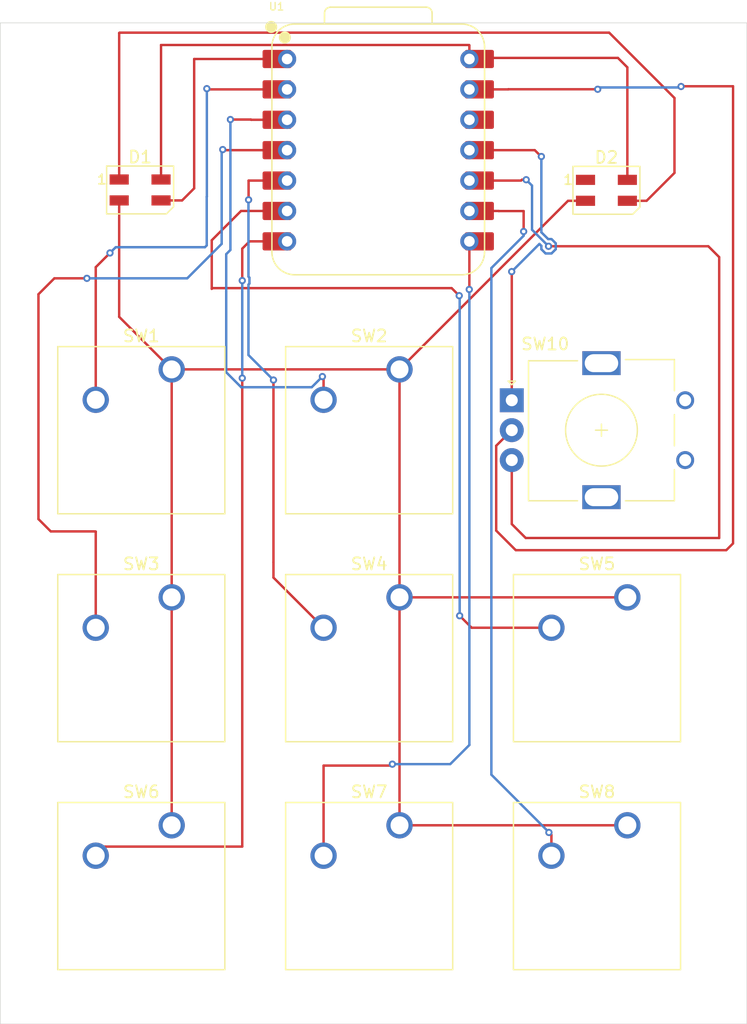
<source format=kicad_pcb>
(kicad_pcb (version 20241229) (generator "pcbnew") (generator_version "9.0")
  (layers (0 "F.Cu" signal) (2 "B.Cu" signal) (13 "F.Paste" user) (15 "B.Paste" user) (5 "F.SilkS" user "F.Silkscreen") (7 "B.SilkS" user "B.Silkscreen") (1 "F.Mask" user) (3 "B.Mask" user) (25 "Edge.Cuts" user))
  (net 0 "")
  (net 1 "GND")
  (net 2 "Net-(D1-DOUT)")
  (net 3 "Net-(D1-DIN)")
  (net 4 "+5V")
  (net 6 "Net-(U1-GPIO27{slash}ADC1{slash}A1)")
  (net 7 "Net-(U1-GPIO28{slash}ADC2{slash}A2)")
  (net 8 "Net-(U1-GPIO29{slash}ADC3{slash}A3)")
  (net 9 "Net-(U1-GPIO6{slash}SDA)")
  (net 10 "Net-(U1-GPIO7{slash}SCL)")
  (net 11 "Net-(U1-GPIO0{slash}TX)")
  (net 12 "Net-(U1-GPIO1{slash}RX)")
  (net 13 "Net-(U1-GPIO2{slash}SCK)")
  (net 14 "Net-(U1-GPIO3{slash}MOSI)")
  (net 15 "Net-(U1-GPIO4{slash}MISO)")
  (net 16 "Net-(U1-GND)")
  (footprint "Button_Switch_Keyboard:SW_Cherry_MX_1.00u_PCB" (layer "F.Cu") (at 136.84 124.33)
    (property "Reference" "SW7" (at -2.54 -2.794 0) (layer "F.SilkS"))
    (property "Value" "SW_Push")
    (fp_line (start -9.525 -1.905) (end 4.445 -1.905) (stroke (width 0.12)) (layer "F.SilkS"))
    (fp_line (start -9.525 12.065) (end -9.525 -1.905) (stroke (width 0.12)) (layer "F.SilkS"))
    (fp_line (start 4.445 -1.905) (end 4.445 12.065) (stroke (width 0.12)) (layer "F.SilkS"))
    (fp_line (start 4.445 12.065) (end -9.525 12.065) (stroke (width 0.12)) (layer "F.SilkS"))
    (pad "" np_thru_hole circle (at -7.62 5.08) (size 1.7 1.7) (drill 1.7) (layers "*.Cu" "*.Mask"))
    (pad "" np_thru_hole circle (at -2.54 5.08) (size 4 4) (drill 4) (layers "*.Cu" "*.Mask"))
    (pad "" np_thru_hole circle (at 2.54 5.08) (size 1.7 1.7) (drill 1.7) (layers "*.Cu" "*.Mask"))
    (pad "1" thru_hole circle (at 0 0) (size 2.2 2.2) (drill 1.5) (layers "*.Cu" "*.Mask") (net 1 "GND"))
    (pad "2" thru_hole circle (at -6.35 2.54) (size 2.2 2.2) (drill 1.5) (layers "*.Cu" "*.Mask") (net 12 "Net-(U1-GPIO1{slash}RX)"))
  )
  (footprint "Button_Switch_Keyboard:SW_Cherry_MX_1.00u_PCB" (layer "F.Cu") (at 117.79 105.28)
    (property "Reference" "SW3" (at -2.54 -2.794 0) (layer "F.SilkS"))
    (property "Value" "SW_Push")
    (fp_line (start -9.525 -1.905) (end 4.445 -1.905) (stroke (width 0.12)) (layer "F.SilkS"))
    (fp_line (start -9.525 12.065) (end -9.525 -1.905) (stroke (width 0.12)) (layer "F.SilkS"))
    (fp_line (start 4.445 -1.905) (end 4.445 12.065) (stroke (width 0.12)) (layer "F.SilkS"))
    (fp_line (start 4.445 12.065) (end -9.525 12.065) (stroke (width 0.12)) (layer "F.SilkS"))
    (pad "" np_thru_hole circle (at -7.62 5.08) (size 1.7 1.7) (drill 1.7) (layers "*.Cu" "*.Mask"))
    (pad "" np_thru_hole circle (at -2.54 5.08) (size 4 4) (drill 4) (layers "*.Cu" "*.Mask"))
    (pad "" np_thru_hole circle (at 2.54 5.08) (size 1.7 1.7) (drill 1.7) (layers "*.Cu" "*.Mask"))
    (pad "1" thru_hole circle (at 0 0) (size 2.2 2.2) (drill 1.5) (layers "*.Cu" "*.Mask") (net 1 "GND"))
    (pad "2" thru_hole circle (at -6.35 2.54) (size 2.2 2.2) (drill 1.5) (layers "*.Cu" "*.Mask") (net 8 "Net-(U1-GPIO29{slash}ADC3{slash}A3)"))
  )
  (footprint "Rotary_Encoder:RotaryEncoder_Alps_EC11E_Vertical_H20mm" (layer "F.Cu") (at 146.225 88.81)
    (property "Reference" "SW10" (at 2.8 -4.7 0) (layer "F.SilkS"))
    (property "Value" "RotaryEncoder")
    (fp_line (start -0.3 -1.6) (end 0.3 -1.6) (stroke (width 0.12)) (layer "F.SilkS"))
    (fp_line (start 0 -1.3) (end -0.3 -1.6) (stroke (width 0.12)) (layer "F.SilkS"))
    (fp_line (start 0.3 -1.6) (end 0 -1.3) (stroke (width 0.12)) (layer "F.SilkS"))
    (fp_line (start 1.4 -3.3) (end 1.4 8.4) (stroke (width 0.12)) (layer "F.SilkS"))
    (fp_line (start 5.5 -3.3) (end 1.4 -3.3) (stroke (width 0.12)) (layer "F.SilkS"))
    (fp_line (start 5.5 8.4) (end 1.4 8.4) (stroke (width 0.12)) (layer "F.SilkS"))
    (fp_line (start 7 2.5) (end 8 2.5) (stroke (width 0.12)) (layer "F.SilkS"))
    (fp_line (start 7.5 2) (end 7.5 3) (stroke (width 0.12)) (layer "F.SilkS"))
    (fp_line (start 9.5 -3.4) (end 13.6 -3.4) (stroke (width 0.12)) (layer "F.SilkS"))
    (fp_line (start 13.6 -3.4) (end 13.6 -0.8) (stroke (width 0.12)) (layer "F.SilkS"))
    (fp_line (start 13.6 1.2) (end 13.6 3.8) (stroke (width 0.12)) (layer "F.SilkS"))
    (fp_line (start 13.6 5.8) (end 13.6 8.4) (stroke (width 0.12)) (layer "F.SilkS"))
    (fp_line (start 13.6 8.4) (end 9.5 8.4) (stroke (width 0.12)) (layer "F.SilkS"))
    (fp_circle (center 7.5 2.5) (end 10.5 2.5) (stroke (width 0.12)) (fill no) (layer "F.SilkS"))
    (pad "" thru_hole circle (at 14.5 0) (size 1.5 1.5) (drill 1) (layers "*.Cu" "*.Mask"))
    (pad "" thru_hole circle (at 14.5 5) (size 1.5 1.5) (drill 1) (layers "*.Cu" "*.Mask"))
    (pad "A" thru_hole rect (at 0 0) (size 2 2) (drill 1) (layers "*.Cu" "*.Mask") (net 14 "Net-(U1-GPIO3{slash}MOSI)"))
    (pad "B" thru_hole circle (at 0 5) (size 2 2) (drill 1) (layers "*.Cu" "*.Mask") (net 15 "Net-(U1-GPIO4{slash}MISO)"))
    (pad "C" thru_hole circle (at 0 2.5) (size 2 2) (drill 1) (layers "*.Cu" "*.Mask") (net 16 "Net-(U1-GND)"))
    (pad "MP" thru_hole rect (at 7.5 -3.1) (size 3.2 2) (drill oval 2.8 1.5) (layers "*.Cu" "*.Mask"))
    (pad "MP" thru_hole rect (at 7.5 8.1) (size 3.2 2) (drill oval 2.8 1.5) (layers "*.Cu" "*.Mask"))
  )
  (footprint "Button_Switch_Keyboard:SW_Cherry_MX_1.00u_PCB" (layer "F.Cu") (at 136.84 105.28)
    (property "Reference" "SW4" (at -2.54 -2.794 0) (layer "F.SilkS"))
    (property "Value" "SW_Push")
    (fp_line (start -9.525 -1.905) (end 4.445 -1.905) (stroke (width 0.12)) (layer "F.SilkS"))
    (fp_line (start -9.525 12.065) (end -9.525 -1.905) (stroke (width 0.12)) (layer "F.SilkS"))
    (fp_line (start 4.445 -1.905) (end 4.445 12.065) (stroke (width 0.12)) (layer "F.SilkS"))
    (fp_line (start 4.445 12.065) (end -9.525 12.065) (stroke (width 0.12)) (layer "F.SilkS"))
    (pad "" np_thru_hole circle (at -7.62 5.08) (size 1.7 1.7) (drill 1.7) (layers "*.Cu" "*.Mask"))
    (pad "" np_thru_hole circle (at -2.54 5.08) (size 4 4) (drill 4) (layers "*.Cu" "*.Mask"))
    (pad "" np_thru_hole circle (at 2.54 5.08) (size 1.7 1.7) (drill 1.7) (layers "*.Cu" "*.Mask"))
    (pad "1" thru_hole circle (at 0 0) (size 2.2 2.2) (drill 1.5) (layers "*.Cu" "*.Mask") (net 1 "GND"))
    (pad "2" thru_hole circle (at -6.35 2.54) (size 2.2 2.2) (drill 1.5) (layers "*.Cu" "*.Mask") (net 9 "Net-(U1-GPIO6{slash}SDA)"))
  )
  (footprint "LED_SMD:LED_SK6812MINI_PLCC4_3.5x3.5mm_P1.75mm" (layer "F.Cu") (at 154.14 71.265)
    (property "Reference" "D2" (at 0 -2.75 0) (layer "F.SilkS"))
    (property "Value" "SK6812MINI")
    (fp_line (start -2.8 -2) (end -2.8 2) (stroke (width 0.12)) (layer "F.SilkS"))
    (fp_line (start -2.8 -2) (end 2.8 -2) (stroke (width 0.12)) (layer "F.SilkS"))
    (fp_line (start -2.8 2) (end 2.2 2) (stroke (width 0.12)) (layer "F.SilkS"))
    (fp_line (start 2.8 1.4) (end 2.2 2) (stroke (width 0.12)) (layer "F.SilkS"))
    (fp_line (start 2.8 1.4) (end 2.8 -2) (stroke (width 0.12)) (layer "F.SilkS"))
    (fp_text user "1" (at -3.2 -0.875 0) (layer "F.SilkS") (effects (font (size 0.8 0.8))))
    (pad "1" smd rect (at -1.75 -0.875) (size 1.6 0.85) (layers "F.Cu" "F.Mask" "F.Paste"))
    (pad "2" smd rect (at -1.75 0.875) (size 1.6 0.85) (layers "F.Cu" "F.Mask" "F.Paste") (net 1 "GND"))
    (pad "3" smd rect (at 1.75 0.875) (size 1.6 0.85) (layers "F.Cu" "F.Mask" "F.Paste") (net 2 "Net-(D1-DOUT)"))
    (pad "4" smd rect (at 1.75 -0.875) (size 1.6 0.85) (layers "F.Cu" "F.Mask" "F.Paste") (net 4 "+5V"))
  )
  (footprint "Button_Switch_Keyboard:SW_Cherry_MX_1.00u_PCB" (layer "F.Cu") (at 155.89 124.33)
    (property "Reference" "SW8" (at -2.54 -2.794 0) (layer "F.SilkS"))
    (property "Value" "SW_Push")
    (fp_line (start -9.525 -1.905) (end 4.445 -1.905) (stroke (width 0.12)) (layer "F.SilkS"))
    (fp_line (start -9.525 12.065) (end -9.525 -1.905) (stroke (width 0.12)) (layer "F.SilkS"))
    (fp_line (start 4.445 -1.905) (end 4.445 12.065) (stroke (width 0.12)) (layer "F.SilkS"))
    (fp_line (start 4.445 12.065) (end -9.525 12.065) (stroke (width 0.12)) (layer "F.SilkS"))
    (pad "" np_thru_hole circle (at -7.62 5.08) (size 1.7 1.7) (drill 1.7) (layers "*.Cu" "*.Mask"))
    (pad "" np_thru_hole circle (at -2.54 5.08) (size 4 4) (drill 4) (layers "*.Cu" "*.Mask"))
    (pad "" np_thru_hole circle (at 2.54 5.08) (size 1.7 1.7) (drill 1.7) (layers "*.Cu" "*.Mask"))
    (pad "1" thru_hole circle (at 0 0) (size 2.2 2.2) (drill 1.5) (layers "*.Cu" "*.Mask") (net 1 "GND"))
    (pad "2" thru_hole circle (at -6.35 2.54) (size 2.2 2.2) (drill 1.5) (layers "*.Cu" "*.Mask") (net 13 "Net-(U1-GPIO2{slash}SCK)"))
  )
  (footprint "Button_Switch_Keyboard:SW_Cherry_MX_1.00u_PCB" (layer "F.Cu") (at 136.84 86.23)
    (property "Reference" "SW2" (at -2.54 -2.794 0) (layer "F.SilkS"))
    (property "Value" "SW_Push")
    (fp_line (start -9.525 -1.905) (end 4.445 -1.905) (stroke (width 0.12)) (layer "F.SilkS"))
    (fp_line (start -9.525 12.065) (end -9.525 -1.905) (stroke (width 0.12)) (layer "F.SilkS"))
    (fp_line (start 4.445 -1.905) (end 4.445 12.065) (stroke (width 0.12)) (layer "F.SilkS"))
    (fp_line (start 4.445 12.065) (end -9.525 12.065) (stroke (width 0.12)) (layer "F.SilkS"))
    (pad "" np_thru_hole circle (at -7.62 5.08) (size 1.7 1.7) (drill 1.7) (layers "*.Cu" "*.Mask"))
    (pad "" np_thru_hole circle (at -2.54 5.08) (size 4 4) (drill 4) (layers "*.Cu" "*.Mask"))
    (pad "" np_thru_hole circle (at 2.54 5.08) (size 1.7 1.7) (drill 1.7) (layers "*.Cu" "*.Mask"))
    (pad "1" thru_hole circle (at 0 0) (size 2.2 2.2) (drill 1.5) (layers "*.Cu" "*.Mask") (net 1 "GND"))
    (pad "2" thru_hole circle (at -6.35 2.54) (size 2.2 2.2) (drill 1.5) (layers "*.Cu" "*.Mask") (net 7 "Net-(U1-GPIO28{slash}ADC2{slash}A2)"))
  )
  (footprint "Button_Switch_Keyboard:SW_Cherry_MX_1.00u_PCB" (layer "F.Cu") (at 155.89 105.28)
    (property "Reference" "SW5" (at -2.54 -2.794 0) (layer "F.SilkS"))
    (property "Value" "SW_Push")
    (fp_line (start -9.525 -1.905) (end 4.445 -1.905) (stroke (width 0.12)) (layer "F.SilkS"))
    (fp_line (start -9.525 12.065) (end -9.525 -1.905) (stroke (width 0.12)) (layer "F.SilkS"))
    (fp_line (start 4.445 -1.905) (end 4.445 12.065) (stroke (width 0.12)) (layer "F.SilkS"))
    (fp_line (start 4.445 12.065) (end -9.525 12.065) (stroke (width 0.12)) (layer "F.SilkS"))
    (pad "" np_thru_hole circle (at -7.62 5.08) (size 1.7 1.7) (drill 1.7) (layers "*.Cu" "*.Mask"))
    (pad "" np_thru_hole circle (at -2.54 5.08) (size 4 4) (drill 4) (layers "*.Cu" "*.Mask"))
    (pad "" np_thru_hole circle (at 2.54 5.08) (size 1.7 1.7) (drill 1.7) (layers "*.Cu" "*.Mask"))
    (pad "1" thru_hole circle (at 0 0) (size 2.2 2.2) (drill 1.5) (layers "*.Cu" "*.Mask") (net 1 "GND"))
    (pad "2" thru_hole circle (at -6.35 2.54) (size 2.2 2.2) (drill 1.5) (layers "*.Cu" "*.Mask") (net 10 "Net-(U1-GPIO7{slash}SCL)"))
  )
  (footprint "XIAO_Series_Library:XIAO-RP2040-DIP" (layer "F.Cu") (at 135.06 67.91)
    (property "Reference" "U1" (at -8.5 -12 0) (layer "F.SilkS") (effects (font (size 0.635 0.635) (thickness 0.1016))))
    (property "Value" "XIAO-RP2040-DIP")
    (fp_line (start -8.89 8.509) (end -8.89 -8.636) (stroke (width 0.127)) (layer "F.SilkS"))
    (fp_line (start -6.985 10.414) (end 6.985 10.414) (stroke (width 0.127)) (layer "F.SilkS"))
    (fp_line (start -4.495 -10.541) (end -4.491272 -11.451272) (stroke (width 0.127)) (layer "F.SilkS"))
    (fp_line (start -3.991272 -11.951) (end 4.004 -11.951) (stroke (width 0.127)) (layer "F.SilkS"))
    (fp_line (start 4.504 -11.451) (end 4.504 -10.541) (stroke (width 0.127)) (layer "F.SilkS"))
    (fp_line (start 6.985 -10.541) (end -6.985 -10.541) (stroke (width 0.1)) (layer "F.SilkS"))
    (fp_line (start 6.985 -10.541) (end -6.985 -10.541) (stroke (width 0.127)) (layer "F.SilkS"))
    (fp_line (start 8.89 8.509) (end 8.89 -8.636) (stroke (width 0.127)) (layer "F.SilkS"))
    (fp_arc (start -8.89 -8.636) (mid -8.332038 -9.983038) (end -6.985 -10.541) (stroke (width 0.127)) (layer "F.SilkS"))
    (fp_arc (start -6.985 10.414) (mid -8.332038 9.856038) (end -8.89 8.509) (stroke (width 0.127)) (layer "F.SilkS"))
    (fp_arc (start -4.491272 -11.451272) (mid -4.344728 -11.80464) (end -3.991272 -11.951) (stroke (width 0.127)) (layer "F.SilkS"))
    (fp_arc (start 4.004 -11.951) (mid 4.357553 -11.804553) (end 4.504 -11.451) (stroke (width 0.127)) (layer "F.SilkS"))
    (fp_arc (start 6.985 -10.541) (mid 8.332038 -9.983038) (end 8.89 -8.636) (stroke (width 0.127)) (layer "F.SilkS"))
    (fp_arc (start 8.89 8.509) (mid 8.332038 9.856038) (end 6.985 10.414) (stroke (width 0.127)) (layer "F.SilkS"))
    (fp_circle (center -8.95 -10.3) (end -8.95 -10.554) (stroke (width 0.5)) (fill yes) (layer "F.SilkS"))
    (fp_circle (center -7.807 -9.42) (end -7.807 -9.674) (stroke (width 0.5)) (fill yes) (layer "F.SilkS"))
    (pad "1" smd roundrect (at -8.455 -7.62 180) (size 2.432 1.524) (layers "F.Cu" "F.Mask") (roundrect_rratio 0.1) (net 3 "Net-(D1-DIN)"))
    (pad "1" thru_hole circle (at -7.62 -7.62 180) (size 1.524 1.524) (drill 0.889) (layers "*.Cu" "*.Mask") (net 3 "Net-(D1-DIN)"))
    (pad "2" smd roundrect (at -8.455 -5.08 180) (size 2.432 1.524) (layers "F.Cu" "F.Mask") (roundrect_rratio 0.1) (net 6 "Net-(U1-GPIO27{slash}ADC1{slash}A1)"))
    (pad "2" thru_hole circle (at -7.62 -5.08 180) (size 1.524 1.524) (drill 0.889) (layers "*.Cu" "*.Mask") (net 6 "Net-(U1-GPIO27{slash}ADC1{slash}A1)"))
    (pad "3" smd roundrect (at -8.455 -2.54 180) (size 2.432 1.524) (layers "F.Cu" "F.Mask") (roundrect_rratio 0.1) (net 7 "Net-(U1-GPIO28{slash}ADC2{slash}A2)"))
    (pad "3" thru_hole circle (at -7.62 -2.54 180) (size 1.524 1.524) (drill 0.889) (layers "*.Cu" "*.Mask") (net 7 "Net-(U1-GPIO28{slash}ADC2{slash}A2)"))
    (pad "4" smd roundrect (at -8.455 0 180) (size 2.432 1.524) (layers "F.Cu" "F.Mask") (roundrect_rratio 0.1) (net 8 "Net-(U1-GPIO29{slash}ADC3{slash}A3)"))
    (pad "4" thru_hole circle (at -7.62 0 180) (size 1.524 1.524) (drill 0.889) (layers "*.Cu" "*.Mask") (net 8 "Net-(U1-GPIO29{slash}ADC3{slash}A3)"))
    (pad "5" smd roundrect (at -8.455 2.54 180) (size 2.432 1.524) (layers "F.Cu" "F.Mask") (roundrect_rratio 0.1) (net 9 "Net-(U1-GPIO6{slash}SDA)"))
    (pad "5" thru_hole circle (at -7.62 2.54 180) (size 1.524 1.524) (drill 0.889) (layers "*.Cu" "*.Mask") (net 9 "Net-(U1-GPIO6{slash}SDA)"))
    (pad "6" smd roundrect (at -8.455 5.08 180) (size 2.432 1.524) (layers "F.Cu" "F.Mask") (roundrect_rratio 0.1) (net 10 "Net-(U1-GPIO7{slash}SCL)"))
    (pad "6" thru_hole circle (at -7.62 5.08 180) (size 1.524 1.524) (drill 0.889) (layers "*.Cu" "*.Mask") (net 10 "Net-(U1-GPIO7{slash}SCL)"))
    (pad "7" smd roundrect (at -8.455 7.62 180) (size 2.432 1.524) (layers "F.Cu" "F.Mask") (roundrect_rratio 0.1) (net 11 "Net-(U1-GPIO0{slash}TX)"))
    (pad "7" thru_hole circle (at -7.62 7.62 180) (size 1.524 1.524) (drill 0.889) (layers "*.Cu" "*.Mask") (net 11 "Net-(U1-GPIO0{slash}TX)"))
    (pad "8" thru_hole circle (at 7.62 7.62) (size 1.524 1.524) (drill 0.889) (layers "*.Cu" "*.Mask") (net 12 "Net-(U1-GPIO1{slash}RX)"))
    (pad "8" smd roundrect (at 8.455 7.62) (size 2.432 1.524) (layers "F.Cu" "F.Mask") (roundrect_rratio 0.1) (net 12 "Net-(U1-GPIO1{slash}RX)"))
    (pad "9" thru_hole circle (at 7.62 5.08) (size 1.524 1.524) (drill 0.889) (layers "*.Cu" "*.Mask") (net 13 "Net-(U1-GPIO2{slash}SCK)"))
    (pad "9" smd roundrect (at 8.455 5.08) (size 2.432 1.524) (layers "F.Cu" "F.Mask") (roundrect_rratio 0.1) (net 13 "Net-(U1-GPIO2{slash}SCK)"))
    (pad "10" thru_hole circle (at 7.62 2.54) (size 1.524 1.524) (drill 0.889) (layers "*.Cu" "*.Mask") (net 15 "Net-(U1-GPIO4{slash}MISO)"))
    (pad "10" smd roundrect (at 8.455 2.54) (size 2.432 1.524) (layers "F.Cu" "F.Mask") (roundrect_rratio 0.1) (net 15 "Net-(U1-GPIO4{slash}MISO)"))
    (pad "11" thru_hole circle (at 7.62 0) (size 1.524 1.524) (drill 0.889) (layers "*.Cu" "*.Mask") (net 14 "Net-(U1-GPIO3{slash}MOSI)"))
    (pad "11" smd roundrect (at 8.455 0) (size 2.432 1.524) (layers "F.Cu" "F.Mask") (roundrect_rratio 0.1) (net 14 "Net-(U1-GPIO3{slash}MOSI)"))
    (pad "12" thru_hole circle (at 7.62 -2.54) (size 1.524 1.524) (drill 0.889) (layers "*.Cu" "*.Mask"))
    (pad "12" smd roundrect (at 8.455 -2.54) (size 2.432 1.524) (layers "F.Cu" "F.Mask") (roundrect_rratio 0.1))
    (pad "13" thru_hole circle (at 7.62 -5.08) (size 1.524 1.524) (drill 0.889) (layers "*.Cu" "*.Mask") (net 16 "Net-(U1-GND)"))
    (pad "13" smd roundrect (at 8.455 -5.08) (size 2.432 1.524) (layers "F.Cu" "F.Mask") (roundrect_rratio 0.1) (net 16 "Net-(U1-GND)"))
    (pad "14" thru_hole circle (at 7.62 -7.62) (size 1.524 1.524) (drill 0.889) (layers "*.Cu" "*.Mask") (net 4 "+5V"))
    (pad "14" smd roundrect (at 8.455 -7.62) (size 2.432 1.524) (layers "F.Cu" "F.Mask") (roundrect_rratio 0.1) (net 4 "+5V"))
  )
  (footprint "Button_Switch_Keyboard:SW_Cherry_MX_1.00u_PCB" (layer "F.Cu") (at 117.79 86.23)
    (property "Reference" "SW1" (at -2.54 -2.794 0) (layer "F.SilkS"))
    (property "Value" "SW_Push")
    (fp_line (start -9.525 -1.905) (end 4.445 -1.905) (stroke (width 0.12)) (layer "F.SilkS"))
    (fp_line (start -9.525 12.065) (end -9.525 -1.905) (stroke (width 0.12)) (layer "F.SilkS"))
    (fp_line (start 4.445 -1.905) (end 4.445 12.065) (stroke (width 0.12)) (layer "F.SilkS"))
    (fp_line (start 4.445 12.065) (end -9.525 12.065) (stroke (width 0.12)) (layer "F.SilkS"))
    (pad "" np_thru_hole circle (at -7.62 5.08) (size 1.7 1.7) (drill 1.7) (layers "*.Cu" "*.Mask"))
    (pad "" np_thru_hole circle (at -2.54 5.08) (size 4 4) (drill 4) (layers "*.Cu" "*.Mask"))
    (pad "" np_thru_hole circle (at 2.54 5.08) (size 1.7 1.7) (drill 1.7) (layers "*.Cu" "*.Mask"))
    (pad "1" thru_hole circle (at 0 0) (size 2.2 2.2) (drill 1.5) (layers "*.Cu" "*.Mask") (net 1 "GND"))
    (pad "2" thru_hole circle (at -6.35 2.54) (size 2.2 2.2) (drill 1.5) (layers "*.Cu" "*.Mask") (net 6 "Net-(U1-GPIO27{slash}ADC1{slash}A1)"))
  )
  (footprint "LED_SMD:LED_SK6812MINI_PLCC4_3.5x3.5mm_P1.75mm" (layer "F.Cu") (at 115.15 71.235)
    (property "Reference" "D1" (at 0 -2.75 0) (layer "F.SilkS"))
    (property "Value" "SK6812MINI")
    (fp_line (start -2.8 -2) (end -2.8 2) (stroke (width 0.12)) (layer "F.SilkS"))
    (fp_line (start -2.8 -2) (end 2.8 -2) (stroke (width 0.12)) (layer "F.SilkS"))
    (fp_line (start -2.8 2) (end 2.2 2) (stroke (width 0.12)) (layer "F.SilkS"))
    (fp_line (start 2.8 1.4) (end 2.2 2) (stroke (width 0.12)) (layer "F.SilkS"))
    (fp_line (start 2.8 1.4) (end 2.8 -2) (stroke (width 0.12)) (layer "F.SilkS"))
    (fp_text user "1" (at -3.2 -0.875 0) (layer "F.SilkS") (effects (font (size 0.8 0.8))))
    (pad "1" smd rect (at -1.75 -0.875) (size 1.6 0.85) (layers "F.Cu" "F.Mask" "F.Paste") (net 2 "Net-(D1-DOUT)"))
    (pad "2" smd rect (at -1.75 0.875) (size 1.6 0.85) (layers "F.Cu" "F.Mask" "F.Paste") (net 1 "GND"))
    (pad "3" smd rect (at 1.75 0.875) (size 1.6 0.85) (layers "F.Cu" "F.Mask" "F.Paste") (net 3 "Net-(D1-DIN)"))
    (pad "4" smd rect (at 1.75 -0.875) (size 1.6 0.85) (layers "F.Cu" "F.Mask" "F.Paste") (net 4 "+5V"))
  )
  (footprint "Button_Switch_Keyboard:SW_Cherry_MX_1.00u_PCB" (layer "F.Cu") (at 117.79 124.33)
    (property "Reference" "SW6" (at -2.54 -2.794 0) (layer "F.SilkS"))
    (property "Value" "SW_Push")
    (fp_line (start -9.525 -1.905) (end 4.445 -1.905) (stroke (width 0.12)) (layer "F.SilkS"))
    (fp_line (start -9.525 12.065) (end -9.525 -1.905) (stroke (width 0.12)) (layer "F.SilkS"))
    (fp_line (start 4.445 -1.905) (end 4.445 12.065) (stroke (width 0.12)) (layer "F.SilkS"))
    (fp_line (start 4.445 12.065) (end -9.525 12.065) (stroke (width 0.12)) (layer "F.SilkS"))
    (pad "" np_thru_hole circle (at -7.62 5.08) (size 1.7 1.7) (drill 1.7) (layers "*.Cu" "*.Mask"))
    (pad "" np_thru_hole circle (at -2.54 5.08) (size 4 4) (drill 4) (layers "*.Cu" "*.Mask"))
    (pad "" np_thru_hole circle (at 2.54 5.08) (size 1.7 1.7) (drill 1.7) (layers "*.Cu" "*.Mask"))
    (pad "1" thru_hole circle (at 0 0) (size 2.2 2.2) (drill 1.5) (layers "*.Cu" "*.Mask") (net 1 "GND"))
    (pad "2" thru_hole circle (at -6.35 2.54) (size 2.2 2.2) (drill 1.5) (layers "*.Cu" "*.Mask") (net 11 "Net-(U1-GPIO0{slash}TX)"))
  )
  (gr_rect (start 103.46 57.27) (end 165.88 140.93) (stroke (width 0.05)) (fill no) (layer "Edge.Cuts"))
  (segment (start 117.79 105.28) (end 117.79 86.23) (width 0.2) (layer "F.Cu") (net 1))
  (segment (start 152.39 72.14) (end 150.93 72.14) (width 0.2) (layer "F.Cu") (net 1))
  (segment (start 155.89 124.33) (end 136.84 124.33) (width 0.2) (layer "F.Cu") (net 1))
  (segment (start 113.4 81.84) (end 117.79 86.23) (width 0.2) (layer "F.Cu") (net 1))
  (segment (start 113.4 72.11) (end 113.4 81.84) (width 0.2) (layer "F.Cu") (net 1))
  (segment (start 117.79 124.33) (end 117.79 105.28) (width 0.2) (layer "F.Cu") (net 1))
  (segment (start 136.84 124.33) (end 136.84 105.28) (width 0.2) (layer "F.Cu") (net 1))
  (segment (start 150.93 72.14) (end 136.84 86.23) (width 0.2) (layer "F.Cu") (net 1))
  (segment (start 117.79 86.23) (end 136.84 86.23) (width 0.2) (layer "F.Cu") (net 1))
  (segment (start 155.89 105.28) (end 136.84 105.28) (width 0.2) (layer "F.Cu") (net 1))
  (segment (start 136.84 105.28) (end 136.84 86.23) (width 0.2) (layer "F.Cu") (net 1))
  (segment (start 113.4 70.36) (end 113.4 58.12) (width 0.2) (layer "F.Cu") (net 2))
  (segment (start 157.5 72.14) (end 155.89 72.14) (width 0.2) (layer "F.Cu") (net 2))
  (segment (start 159.83 69.81) (end 157.5 72.14) (width 0.2) (layer "F.Cu") (net 2))
  (segment (start 154.37 58.09) (end 159.83 63.55) (width 0.2) (layer "F.Cu") (net 2))
  (segment (start 113.4 58.12) (end 113.43 58.09) (width 0.2) (layer "F.Cu") (net 2))
  (segment (start 113.43 58.09) (end 154.37 58.09) (width 0.2) (layer "F.Cu") (net 2))
  (segment (start 159.83 63.55) (end 159.83 69.81) (width 0.2) (layer "F.Cu") (net 2))
  (segment (start 119.67 71.1) (end 118.66 72.11) (width 0.2) (layer "F.Cu") (net 3))
  (segment (start 119.67 60.29) (end 119.67 71.1) (width 0.2) (layer "F.Cu") (net 3))
  (segment (start 127.44 60.29) (end 119.67 60.29) (width 0.2) (layer "F.Cu") (net 3))
  (segment (start 118.66 72.11) (end 116.9 72.11) (width 0.2) (layer "F.Cu") (net 3))
  (segment (start 116.9 59.12) (end 142.65 59.12) (width 0.2) (layer "F.Cu") (net 4))
  (segment (start 142.68 59.15) (end 142.68 60.29) (width 0.2) (layer "F.Cu") (net 4))
  (segment (start 155.89 70.39) (end 155.89 60.99) (width 0.2) (layer "F.Cu") (net 4))
  (segment (start 116.9 70.36) (end 116.9 59.12) (width 0.2) (layer "F.Cu") (net 4))
  (segment (start 155.1 60.2) (end 142.77 60.2) (width 0.2) (layer "F.Cu") (net 4))
  (segment (start 155.89 60.99) (end 155.1 60.2) (width 0.2) (layer "F.Cu") (net 4))
  (segment (start 142.65 59.12) (end 142.68 59.15) (width 0.2) (layer "F.Cu") (net 4))
  (segment (start 142.77 60.2) (end 142.68 60.29) (width 0.2) (layer "F.Cu") (net 4))
  (segment (start 111.44 88.77) (end 111.44 77.69) (width 0.2) (layer "F.Cu") (net 6))
  (segment (start 120.73 62.77) (end 120.79 62.83) (width 0.2) (layer "F.Cu") (net 6))
  (segment (start 111.44 77.69) (end 112.63 76.5) (width 0.2) (layer "F.Cu") (net 6))
  (segment (start 120.79 62.83) (end 127.44 62.83) (width 0.2) (layer "F.Cu") (net 6))
  (via (at 112.63 76.5) (size 0.6) (drill 0.3) (layers "F.Cu" "B.Cu") (net 6))
  (via (at 120.73 62.77) (size 0.6) (drill 0.3) (layers "F.Cu" "B.Cu") (net 6))
  (segment (start 120.73 62.77) (end 120.73 71.79) (width 0.2) (layer "B.Cu") (net 6))
  (segment (start 120.57 76.02) (end 113.11 76.02) (width 0.2) (layer "B.Cu") (net 6))
  (segment (start 120.72 75.87) (end 120.57 76.02) (width 0.2) (layer "B.Cu") (net 6))
  (segment (start 113.11 76.02) (end 112.63 76.5) (width 0.2) (layer "B.Cu") (net 6))
  (segment (start 120.73 71.79) (end 120.72 71.8) (width 0.2) (layer "B.Cu") (net 6))
  (segment (start 120.72 71.8) (end 120.72 75.87) (width 0.2) (layer "B.Cu") (net 6))
  (segment (start 124.41 65.35) (end 124.43 65.37) (width 0.2) (layer "F.Cu") (net 7))
  (segment (start 130.49 86.93) (end 130.39 86.83) (width 0.2) (layer "F.Cu") (net 7))
  (segment (start 130.49 88.77) (end 130.49 86.93) (width 0.2) (layer "F.Cu") (net 7))
  (segment (start 122.7 65.35) (end 124.41 65.35) (width 0.2) (layer "F.Cu") (net 7))
  (segment (start 124.43 65.37) (end 127.44 65.37) (width 0.2) (layer "F.Cu") (net 7))
  (via (at 122.7 65.35) (size 0.6) (drill 0.3) (layers "F.Cu" "B.Cu") (net 7))
  (via (at 130.39 86.83) (size 0.6) (drill 0.3) (layers "F.Cu" "B.Cu") (net 7))
  (segment (start 129.499 87.721) (end 130.39 86.83) (width 0.2) (layer "B.Cu") (net 7))
  (segment (start 122.35 76.6) (end 122.35 86.469943) (width 0.2) (layer "B.Cu") (net 7))
  (segment (start 122.7 65.35) (end 122.7 76.25) (width 0.2) (layer "B.Cu") (net 7))
  (segment (start 122.35 86.469943) (end 123.601057 87.721) (width 0.2) (layer "B.Cu") (net 7))
  (segment (start 123.601057 87.721) (end 129.499 87.721) (width 0.2) (layer "B.Cu") (net 7))
  (segment (start 122.7 76.25) (end 122.35 76.6) (width 0.2) (layer "B.Cu") (net 7))
  (segment (start 106.65 79.95) (end 107.98 78.62) (width 0.2) (layer "F.Cu") (net 8))
  (segment (start 127.44 67.91) (end 122.11 67.91) (width 0.2) (layer "F.Cu") (net 8))
  (segment (start 111.44 107.82) (end 111.44 99.79) (width 0.2) (layer "F.Cu") (net 8))
  (segment (start 106.65 98.74) (end 106.65 79.95) (width 0.2) (layer "F.Cu") (net 8))
  (segment (start 122.11 67.91) (end 122.06 67.86) (width 0.2) (layer "F.Cu") (net 8))
  (segment (start 111.42 99.77) (end 107.68 99.77) (width 0.2) (layer "F.Cu") (net 8))
  (segment (start 107.68 99.77) (end 106.65 98.74) (width 0.2) (layer "F.Cu") (net 8))
  (segment (start 111.44 99.79) (end 111.42 99.77) (width 0.2) (layer "F.Cu") (net 8))
  (segment (start 107.98 78.62) (end 110.7 78.62) (width 0.2) (layer "F.Cu") (net 8))
  (via (at 122.06 67.86) (size 0.6) (drill 0.3) (layers "F.Cu" "B.Cu") (net 8))
  (via (at 110.7 78.62) (size 0.6) (drill 0.3) (layers "F.Cu" "B.Cu") (net 8))
  (segment (start 121.97 75.74) (end 121.97 67.95) (width 0.2) (layer "B.Cu") (net 8))
  (segment (start 119.09 78.62) (end 121.97 75.74) (width 0.2) (layer "B.Cu") (net 8))
  (segment (start 110.7 78.62) (end 119.09 78.62) (width 0.2) (layer "B.Cu") (net 8))
  (segment (start 121.97 67.95) (end 122.06 67.86) (width 0.2) (layer "B.Cu") (net 8))
  (segment (start 126.24 87.18) (end 126.3 87.12) (width 0.2) (layer "F.Cu") (net 9))
  (segment (start 124.22 72.06) (end 124.22 70.45) (width 0.2) (layer "F.Cu") (net 9))
  (segment (start 126.3 103.63) (end 126.3 102.35) (width 0.2) (layer "F.Cu") (net 9))
  (segment (start 130.49 107.82) (end 126.3 103.63) (width 0.2) (layer "F.Cu") (net 9))
  (segment (start 126.3 87.36) (end 126.24 87.3) (width 0.2) (layer "F.Cu") (net 9))
  (segment (start 126.3 102.35) (end 126.3 87.36) (width 0.2) (layer "F.Cu") (net 9))
  (segment (start 124.22 70.45) (end 127.44 70.45) (width 0.2) (layer "F.Cu") (net 9))
  (segment (start 126.24 87.3) (end 126.24 87.18) (width 0.2) (layer "F.Cu") (net 9))
  (via (at 126.3 87.12) (size 0.6) (drill 0.3) (layers "F.Cu" "B.Cu") (net 9))
  (via (at 124.22 72.06) (size 0.6) (drill 0.3) (layers "F.Cu" "B.Cu") (net 9))
  (segment (start 124.291 78.561057) (end 124.291 79.058943) (width 0.2) (layer "B.Cu") (net 9))
  (segment (start 124.291 79.058943) (end 124.21 79.139943) (width 0.2) (layer "B.Cu") (net 9))
  (segment (start 124.21 78.480057) (end 124.291 78.561057) (width 0.2) (layer "B.Cu") (net 9))
  (segment (start 124.21 72.07) (end 124.21 78.480057) (width 0.2) (layer "B.Cu") (net 9))
  (segment (start 124.21 79.139943) (end 124.21 85.03) (width 0.2) (layer "B.Cu") (net 9))
  (segment (start 124.22 72.06) (end 124.21 72.07) (width 0.2) (layer "B.Cu") (net 9))
  (segment (start 124.21 85.03) (end 126.3 87.12) (width 0.2) (layer "B.Cu") (net 9))
  (segment (start 123.59 72.99) (end 127.44 72.99) (width 0.2) (layer "F.Cu") (net 10))
  (segment (start 121.2 79.44) (end 121.14 79.5) (width 0.2) (layer "F.Cu") (net 10))
  (segment (start 149.54 107.82) (end 142.87 107.82) (width 0.2) (layer "F.Cu") (net 10))
  (segment (start 141.83 80.07) (end 141.2 79.44) (width 0.2) (layer "F.Cu") (net 10))
  (segment (start 142.87 107.82) (end 141.87 106.82) (width 0.2) (layer "F.Cu") (net 10))
  (segment (start 121.14 75.44) (end 123.59 72.99) (width 0.2) (layer "F.Cu") (net 10))
  (segment (start 141.2 79.44) (end 121.2 79.44) (width 0.2) (layer "F.Cu") (net 10))
  (segment (start 121.14 79.5) (end 121.14 75.44) (width 0.2) (layer "F.Cu") (net 10))
  (via (at 141.83 80.07) (size 0.6) (drill 0.3) (layers "F.Cu" "B.Cu") (net 10))
  (via (at 141.87 106.82) (size 0.6) (drill 0.3) (layers "F.Cu" "B.Cu") (net 10))
  (segment (start 141.83 80.07) (end 141.87 80.11) (width 0.2) (layer "B.Cu") (net 10))
  (segment (start 141.87 80.11) (end 141.87 106.82) (width 0.2) (layer "B.Cu") (net 10))
  (segment (start 123.69 126.11) (end 123.69 86.96) (width 0.2) (layer "F.Cu") (net 11))
  (segment (start 111.44 126.87) (end 112.2 126.11) (width 0.2) (layer "F.Cu") (net 11))
  (segment (start 112.2 126.11) (end 123.69 126.11) (width 0.2) (layer "F.Cu") (net 11))
  (segment (start 123.69 78.81) (end 123.69 76.14) (width 0.2) (layer "F.Cu") (net 11))
  (segment (start 123.69 76.14) (end 124.3 75.53) (width 0.2) (layer "F.Cu") (net 11))
  (segment (start 124.3 75.53) (end 127.44 75.53) (width 0.2) (layer "F.Cu") (net 11))
  (via (at 123.69 86.96) (size 0.6) (drill 0.3) (layers "F.Cu" "B.Cu") (net 11))
  (via (at 123.69 78.81) (size 0.6) (drill 0.3) (layers "F.Cu" "B.Cu") (net 11))
  (segment (start 123.69 78.81) (end 123.69 86.96) (width 0.2) (layer "B.Cu") (net 11))
  (segment (start 130.49 119.34) (end 136.12 119.34) (width 0.2) (layer "F.Cu") (net 12))
  (segment (start 130.49 126.87) (end 130.49 119.34) (width 0.2) (layer "F.Cu") (net 12))
  (segment (start 142.670735 79.550735) (end 142.68 79.54147) (width 0.2) (layer "F.Cu") (net 12))
  (segment (start 142.68 79.54147) (end 142.68 75.53) (width 0.2) (layer "F.Cu") (net 12))
  (segment (start 136.12 119.34) (end 136.24 119.22) (width 0.2) (layer "F.Cu") (net 12))
  (via (at 142.670735 79.550735) (size 0.6) (drill 0.3) (layers "F.Cu" "B.Cu") (net 12))
  (via (at 136.24 119.22) (size 0.6) (drill 0.3) (layers "F.Cu" "B.Cu") (net 12))
  (segment (start 142.68 117.61) (end 142.685 117.615) (width 0.2) (layer "B.Cu") (net 12))
  (segment (start 142.685 117.615) (end 141.08 119.22) (width 0.2) (layer "B.Cu") (net 12))
  (segment (start 141.08 119.22) (end 136.24 119.22) (width 0.2) (layer "B.Cu") (net 12))
  (segment (start 142.670735 79.550735) (end 142.68 79.56) (width 0.2) (layer "B.Cu") (net 12))
  (segment (start 142.68 79.56) (end 142.68 117.61) (width 0.2) (layer "B.Cu") (net 12))
  (segment (start 147.217899 73) (end 145.14 73) (width 0.2) (layer "F.Cu") (net 13))
  (segment (start 149.54 125.12) (end 149.54 126.87) (width 0.2) (layer "F.Cu") (net 13))
  (segment (start 145.13 72.99) (end 142.68 72.99) (width 0.2) (layer "F.Cu") (net 13))
  (segment (start 147.217899 74.706428) (end 147.217899 73) (width 0.2) (layer "F.Cu") (net 13))
  (segment (start 149.35 124.93) (end 149.54 125.12) (width 0.2) (layer "F.Cu") (net 13))
  (segment (start 149.33 124.93) (end 149.35 124.93) (width 0.2) (layer "F.Cu") (net 13))
  (segment (start 145.14 73) (end 145.13 72.99) (width 0.2) (layer "F.Cu") (net 13))
  (via (at 149.33 124.93) (size 0.6) (drill 0.3) (layers "F.Cu" "B.Cu") (net 13))
  (via (at 147.217899 74.706428) (size 0.6) (drill 0.3) (layers "F.Cu" "B.Cu") (net 13))
  (segment (start 149.33 124.93) (end 149.33 124.91) (width 0.2) (layer "B.Cu") (net 13))
  (segment (start 144.52 77.76) (end 147.217899 75.062101) (width 0.2) (layer "B.Cu") (net 13))
  (segment (start 149.33 124.91) (end 144.52 120.1) (width 0.2) (layer "B.Cu") (net 13))
  (segment (start 144.52 120.1) (end 144.52 77.76) (width 0.2) (layer "B.Cu") (net 13))
  (segment (start 147.217899 75.062101) (end 147.217899 74.706428) (width 0.2) (layer "B.Cu") (net 13))
  (segment (start 146.225 78.065) (end 146.22 78.06) (width 0.2) (layer "F.Cu") (net 14))
  (segment (start 148.68 68.44) (end 148.15 67.91) (width 0.2) (layer "F.Cu") (net 14))
  (segment (start 148.15 67.91) (end 142.68 67.91) (width 0.2) (layer "F.Cu") (net 14))
  (segment (start 148.7 68.44) (end 148.68 68.44) (width 0.2) (layer "F.Cu") (net 14))
  (segment (start 146.225 88.81) (end 146.225 78.065) (width 0.2) (layer "F.Cu") (net 14))
  (via (at 148.7 68.44) (size 0.6) (drill 0.3) (layers "F.Cu" "B.Cu") (net 14))
  (via (at 146.22 78.06) (size 0.6) (drill 0.3) (layers "F.Cu" "B.Cu") (net 14))
  (segment (start 148.699 76.188943) (end 148.699 75.9061) (width 0.2) (layer "B.Cu") (net 14))
  (segment (start 148.699 75.9061) (end 148.53645 75.74355) (width 0.2) (layer "B.Cu") (net 14))
  (segment (start 148.7 68.44) (end 148.7 74.7729) (width 0.2) (layer "B.Cu") (net 14))
  (segment (start 148.7 74.7729) (end 149.2661 75.339) (width 0.2) (layer "B.Cu") (net 14))
  (segment (start 149.548943 75.339) (end 149.901 75.691057) (width 0.2) (layer "B.Cu") (net 14))
  (segment (start 149.2661 75.339) (end 149.548943 75.339) (width 0.2) (layer "B.Cu") (net 14))
  (segment (start 149.901 75.691057) (end 149.901 76.188943) (width 0.2) (layer "B.Cu") (net 14))
  (segment (start 149.901 76.188943) (end 149.548943 76.541) (width 0.2) (layer "B.Cu") (net 14))
  (segment (start 149.051057 76.541) (end 148.699 76.188943) (width 0.2) (layer "B.Cu") (net 14))
  (segment (start 149.548943 76.541) (end 149.051057 76.541) (width 0.2) (layer "B.Cu") (net 14))
  (segment (start 148.53645 75.74355) (end 146.22 78.06) (width 0.2) (layer "B.Cu") (net 14))
  (segment (start 146.225 93.81) (end 146.225 99.155) (width 0.2) (layer "F.Cu") (net 15))
  (segment (start 147.39 100.32) (end 163.57 100.32) (width 0.2) (layer "F.Cu") (net 15))
  (segment (start 163.57 76.85) (end 162.66 75.94) (width 0.2) (layer "F.Cu") (net 15))
  (segment (start 147.07 70.38) (end 147 70.45) (width 0.2) (layer "F.Cu") (net 15))
  (segment (start 162.66 75.94) (end 149.3 75.94) (width 0.2) (layer "F.Cu") (net 15))
  (segment (start 147 70.45) (end 142.68 70.45) (width 0.2) (layer "F.Cu") (net 15))
  (segment (start 163.57 100.32) (end 163.57 76.85) (width 0.2) (layer "F.Cu") (net 15))
  (segment (start 147.43 70.38) (end 147.07 70.38) (width 0.2) (layer "F.Cu") (net 15))
  (segment (start 146.225 99.155) (end 147.39 100.32) (width 0.2) (layer "F.Cu") (net 15))
  (via (at 149.3 75.94) (size 0.6) (drill 0.3) (layers "F.Cu" "B.Cu") (net 15))
  (via (at 147.43 70.38) (size 0.6) (drill 0.3) (layers "F.Cu" "B.Cu") (net 15))
  (segment (start 147.92 70.87) (end 147.43 70.38) (width 0.2) (layer "B.Cu") (net 15))
  (segment (start 147.92 74.56) (end 147.92 70.87) (width 0.2) (layer "B.Cu") (net 15))
  (segment (start 149.3 75.94) (end 147.92 74.56) (width 0.2) (layer "B.Cu") (net 15))
  (segment (start 146.56 101.34) (end 144.924 99.704) (width 0.2) (layer "F.Cu") (net 16))
  (segment (start 145.94 62.82) (end 145.93 62.83) (width 0.2) (layer "F.Cu") (net 16))
  (segment (start 160.4 62.57) (end 164.729 62.57) (width 0.2) (layer "F.Cu") (net 16))
  (segment (start 164.16 101.34) (end 146.56 101.34) (width 0.2) (layer "F.Cu") (net 16))
  (segment (start 144.924 92.611) (end 146.225 91.31) (width 0.2) (layer "F.Cu") (net 16))
  (segment (start 143.6745 62.83) (end 143.515 62.83) (width 0.2) (layer "F.Cu") (net 16))
  (segment (start 164.729 100.771) (end 164.16 101.34) (width 0.2) (layer "F.Cu") (net 16))
  (segment (start 160.38 62.59) (end 160.4 62.57) (width 0.2) (layer "F.Cu") (net 16))
  (segment (start 144.924 99.704) (end 144.924 92.611) (width 0.2) (layer "F.Cu") (net 16))
  (segment (start 145.93 62.83) (end 142.68 62.83) (width 0.2) (layer "F.Cu") (net 16))
  (segment (start 164.729 62.57) (end 164.729 100.771) (width 0.2) (layer "F.Cu") (net 16))
  (segment (start 143.7545 62.91) (end 143.6745 62.83) (width 0.2) (layer "F.Cu") (net 16))
  (segment (start 153.41 62.82) (end 145.94 62.82) (width 0.2) (layer "F.Cu") (net 16))
  (via (at 160.38 62.59) (size 0.6) (drill 0.3) (layers "F.Cu" "B.Cu") (net 16))
  (via (at 153.41 62.82) (size 0.6) (drill 0.3) (layers "F.Cu" "B.Cu") (net 16))
  (segment (start 160.38 62.59) (end 160.3 62.67) (width 0.2) (layer "B.Cu") (net 16))
  (segment (start 153.56 62.67) (end 153.41 62.82) (width 0.2) (layer "B.Cu") (net 16))
  (segment (start 160.3 62.67) (end 153.56 62.67) (width 0.2) (layer "B.Cu") (net 16))
)
</source>
